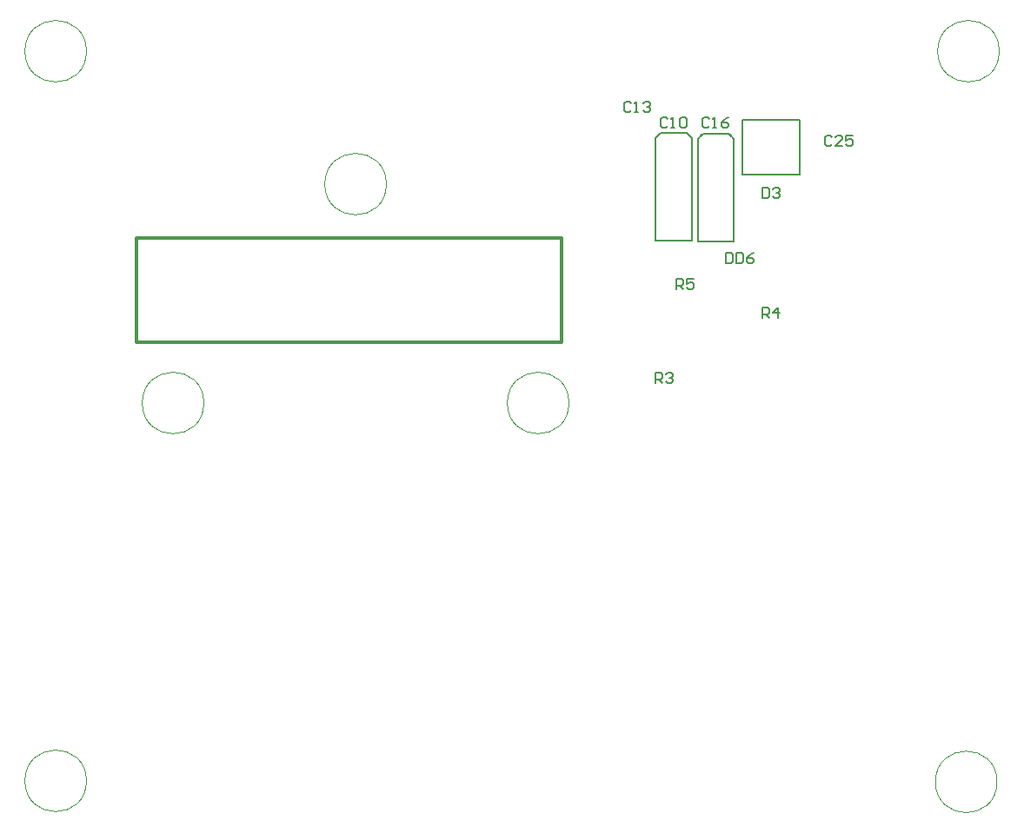
<source format=gto>
G04*
G04 #@! TF.GenerationSoftware,Altium Limited,Altium Designer,19.1.6 (110)*
G04*
G04 Layer_Color=65535*
%FSLAX24Y24*%
%MOIN*%
G70*
G01*
G75*
%ADD10C,0.0039*%
%ADD11C,0.0079*%
%ADD12C,0.0118*%
%ADD13C,0.0059*%
D10*
X13981Y24200D02*
G03*
X13981Y24200I-1181J0D01*
G01*
X2481Y29300D02*
G03*
X2481Y29300I-1181J0D01*
G01*
Y1300D02*
G03*
X2481Y1300I-1181J0D01*
G01*
X6981Y15800D02*
G03*
X6981Y15800I-1181J0D01*
G01*
X20981D02*
G03*
X20981Y15800I-1181J0D01*
G01*
X37481Y29300D02*
G03*
X37481Y29300I-1181J0D01*
G01*
X37398Y1261D02*
G03*
X37398Y1261I-1181J0D01*
G01*
D11*
X25689Y22043D02*
Y25980D01*
X25538Y26131D02*
X25689Y25980D01*
X24508Y26176D02*
X25492D01*
X24311Y25980D02*
X24462Y26131D01*
X24311Y22043D02*
Y25980D01*
Y22043D02*
X25689D01*
X24409Y26078D02*
X24508Y26176D01*
X25492D02*
X25591Y26078D01*
X27107Y26146D02*
X27206Y26048D01*
X27153Y26100D02*
X27304Y25949D01*
X26123Y26146D02*
X27107D01*
X27304Y22012D02*
Y25949D01*
X26025Y26048D02*
X26123Y26146D01*
X25926Y25949D02*
X26077Y26100D01*
X25926Y22012D02*
X27304D01*
X25926D02*
Y25949D01*
D12*
X4412Y18124D02*
Y20124D01*
Y18124D02*
X20712D01*
X4412Y20124D02*
Y22124D01*
X20712D01*
Y18124D02*
Y22124D01*
D13*
X29815Y24580D02*
Y26680D01*
X27615D02*
X29815D01*
X27615Y24580D02*
Y26680D01*
Y24580D02*
X29815D01*
X26362Y26708D02*
X26297Y26774D01*
X26166D01*
X26100Y26708D01*
Y26446D01*
X26166Y26380D01*
X26297D01*
X26362Y26446D01*
X26494Y26380D02*
X26625D01*
X26559D01*
Y26774D01*
X26494Y26708D01*
X27084Y26774D02*
X26953Y26708D01*
X26822Y26577D01*
Y26446D01*
X26887Y26380D01*
X27018D01*
X27084Y26446D01*
Y26511D01*
X27018Y26577D01*
X26822D01*
X28400Y19080D02*
Y19474D01*
X28597D01*
X28662Y19408D01*
Y19277D01*
X28597Y19211D01*
X28400D01*
X28531D02*
X28662Y19080D01*
X28990D02*
Y19474D01*
X28794Y19277D01*
X29056D01*
X28400Y24074D02*
Y23680D01*
X28597D01*
X28662Y23746D01*
Y24008D01*
X28597Y24074D01*
X28400D01*
X28794Y24008D02*
X28859Y24074D01*
X28990D01*
X29056Y24008D01*
Y23942D01*
X28990Y23877D01*
X28925D01*
X28990D01*
X29056Y23811D01*
Y23746D01*
X28990Y23680D01*
X28859D01*
X28794Y23746D01*
X25100Y20180D02*
Y20574D01*
X25297D01*
X25362Y20508D01*
Y20377D01*
X25297Y20311D01*
X25100D01*
X25231D02*
X25362Y20180D01*
X25756Y20574D02*
X25494D01*
Y20377D01*
X25625Y20442D01*
X25690D01*
X25756Y20377D01*
Y20246D01*
X25690Y20180D01*
X25559D01*
X25494Y20246D01*
X24300Y16580D02*
Y16974D01*
X24497D01*
X24562Y16908D01*
Y16777D01*
X24497Y16711D01*
X24300D01*
X24431D02*
X24562Y16580D01*
X24694Y16908D02*
X24759Y16974D01*
X24890D01*
X24956Y16908D01*
Y16842D01*
X24890Y16777D01*
X24825D01*
X24890D01*
X24956Y16711D01*
Y16646D01*
X24890Y16580D01*
X24759D01*
X24694Y16646D01*
X27000Y21574D02*
Y21180D01*
X27197D01*
X27262Y21246D01*
Y21508D01*
X27197Y21574D01*
X27000D01*
X27394D02*
Y21180D01*
X27590D01*
X27656Y21246D01*
Y21508D01*
X27590Y21574D01*
X27394D01*
X28050D02*
X27918Y21508D01*
X27787Y21377D01*
Y21246D01*
X27853Y21180D01*
X27984D01*
X28050Y21246D01*
Y21311D01*
X27984Y21377D01*
X27787D01*
X31062Y26008D02*
X30997Y26074D01*
X30866D01*
X30800Y26008D01*
Y25746D01*
X30866Y25680D01*
X30997D01*
X31062Y25746D01*
X31456Y25680D02*
X31194D01*
X31456Y25942D01*
Y26008D01*
X31390Y26074D01*
X31259D01*
X31194Y26008D01*
X31850Y26074D02*
X31587D01*
Y25877D01*
X31718Y25942D01*
X31784D01*
X31850Y25877D01*
Y25746D01*
X31784Y25680D01*
X31653D01*
X31587Y25746D01*
X23362Y27308D02*
X23297Y27374D01*
X23166D01*
X23100Y27308D01*
Y27046D01*
X23166Y26980D01*
X23297D01*
X23362Y27046D01*
X23494Y26980D02*
X23625D01*
X23559D01*
Y27374D01*
X23494Y27308D01*
X23822D02*
X23887Y27374D01*
X24018D01*
X24084Y27308D01*
Y27242D01*
X24018Y27177D01*
X23953D01*
X24018D01*
X24084Y27111D01*
Y27046D01*
X24018Y26980D01*
X23887D01*
X23822Y27046D01*
X24762Y26708D02*
X24697Y26774D01*
X24566D01*
X24500Y26708D01*
Y26446D01*
X24566Y26380D01*
X24697D01*
X24762Y26446D01*
X24894Y26380D02*
X25025D01*
X24959D01*
Y26774D01*
X24894Y26708D01*
X25222D02*
X25287Y26774D01*
X25418D01*
X25484Y26708D01*
Y26446D01*
X25418Y26380D01*
X25287D01*
X25222Y26446D01*
Y26708D01*
M02*

</source>
